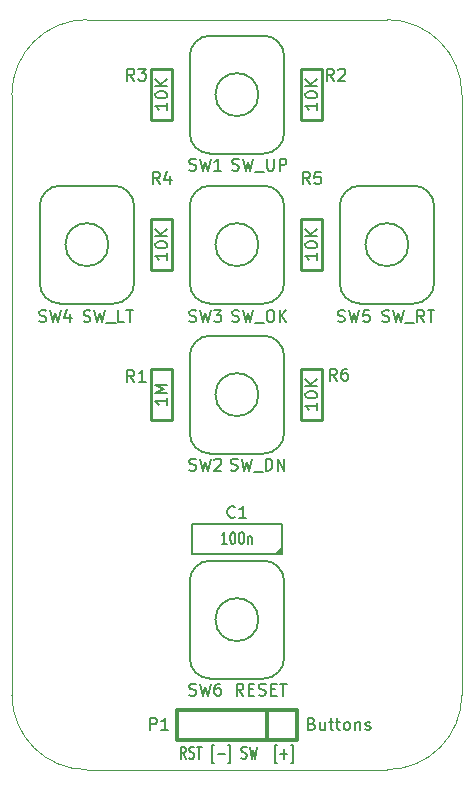
<source format=gto>
%FSLAX34Y34*%
G04 Gerber Fmt 3.4, Leading zero omitted, Abs format*
G04 (created by PCBNEW (2013-jul-14)-product) date Saturday 22 February 2014 12:24:09 PM IST*
%MOIN*%
G01*
G70*
G90*
G04 APERTURE LIST*
%ADD10C,0.005906*%
%ADD11C,0.005000*%
%ADD12C,0.003937*%
%ADD13C,0.006000*%
%ADD14C,0.010000*%
%ADD15C,0.012000*%
%ADD16C,0.070000*%
%ADD17C,0.060000*%
%ADD18R,0.060000X0.060000*%
%ADD19C,0.240000*%
G04 APERTURE END LIST*
G54D10*
G54D11*
X78292Y-47130D02*
X78192Y-46940D01*
X78121Y-47130D02*
X78121Y-46730D01*
X78235Y-46730D01*
X78264Y-46750D01*
X78278Y-46769D01*
X78292Y-46807D01*
X78292Y-46864D01*
X78278Y-46902D01*
X78264Y-46921D01*
X78235Y-46940D01*
X78121Y-46940D01*
X78407Y-47111D02*
X78450Y-47130D01*
X78521Y-47130D01*
X78550Y-47111D01*
X78564Y-47092D01*
X78578Y-47054D01*
X78578Y-47016D01*
X78564Y-46978D01*
X78550Y-46959D01*
X78521Y-46940D01*
X78464Y-46921D01*
X78435Y-46902D01*
X78421Y-46883D01*
X78407Y-46845D01*
X78407Y-46807D01*
X78421Y-46769D01*
X78435Y-46750D01*
X78464Y-46730D01*
X78535Y-46730D01*
X78578Y-46750D01*
X78664Y-46730D02*
X78835Y-46730D01*
X78750Y-47130D02*
X78750Y-46730D01*
X79250Y-47264D02*
X79178Y-47264D01*
X79178Y-46692D01*
X79250Y-46692D01*
X79364Y-46978D02*
X79592Y-46978D01*
X79707Y-47264D02*
X79778Y-47264D01*
X79778Y-46692D01*
X79707Y-46692D01*
X80150Y-47111D02*
X80192Y-47130D01*
X80264Y-47130D01*
X80292Y-47111D01*
X80307Y-47092D01*
X80321Y-47054D01*
X80321Y-47016D01*
X80307Y-46978D01*
X80292Y-46959D01*
X80264Y-46940D01*
X80207Y-46921D01*
X80178Y-46902D01*
X80164Y-46883D01*
X80150Y-46845D01*
X80150Y-46807D01*
X80164Y-46769D01*
X80178Y-46750D01*
X80207Y-46730D01*
X80278Y-46730D01*
X80321Y-46750D01*
X80421Y-46730D02*
X80492Y-47130D01*
X80550Y-46845D01*
X80607Y-47130D01*
X80678Y-46730D01*
X81335Y-47264D02*
X81264Y-47264D01*
X81264Y-46692D01*
X81335Y-46692D01*
X81449Y-46978D02*
X81678Y-46978D01*
X81564Y-47130D02*
X81564Y-46826D01*
X81792Y-47264D02*
X81864Y-47264D01*
X81864Y-46692D01*
X81792Y-46692D01*
G54D12*
X85000Y-47500D02*
G75*
G03X87500Y-45000I0J2500D01*
G74*
G01*
X72500Y-45000D02*
G75*
G03X75000Y-47500I2500J0D01*
G74*
G01*
X87500Y-25000D02*
G75*
G03X85000Y-22500I-2500J0D01*
G74*
G01*
X75000Y-22500D02*
G75*
G03X72500Y-25000I0J-2500D01*
G74*
G01*
X80000Y-47500D02*
X85000Y-47500D01*
X80000Y-47500D02*
X75000Y-47500D01*
X72500Y-45000D02*
X72500Y-25000D01*
X87500Y-25000D02*
X87500Y-45000D01*
X80000Y-22500D02*
X85000Y-22500D01*
X80000Y-22500D02*
X75000Y-22500D01*
G54D13*
X78425Y-26279D02*
G75*
G03X79114Y-26968I688J0D01*
G74*
G01*
X80885Y-26968D02*
X79114Y-26968D01*
X80885Y-26968D02*
G75*
G03X81574Y-26279I0J688D01*
G74*
G01*
X81574Y-23720D02*
X81574Y-26279D01*
X79114Y-23031D02*
X80885Y-23031D01*
X78425Y-26279D02*
X78425Y-23720D01*
X79114Y-23031D02*
G75*
G03X78425Y-23720I0J-688D01*
G74*
G01*
X81574Y-23720D02*
G75*
G03X80885Y-23031I-688J0D01*
G74*
G01*
X80715Y-25000D02*
G75*
G03X80715Y-25000I-715J0D01*
G74*
G01*
X81574Y-33720D02*
G75*
G03X80885Y-33031I-688J0D01*
G74*
G01*
X79114Y-33031D02*
X80885Y-33031D01*
X79114Y-33031D02*
G75*
G03X78425Y-33720I0J-688D01*
G74*
G01*
X78425Y-36279D02*
X78425Y-33720D01*
X80885Y-36968D02*
X79114Y-36968D01*
X81574Y-33720D02*
X81574Y-36279D01*
X80885Y-36968D02*
G75*
G03X81574Y-36279I0J688D01*
G74*
G01*
X78425Y-36279D02*
G75*
G03X79114Y-36968I688J0D01*
G74*
G01*
X80715Y-35000D02*
G75*
G03X80715Y-35000I-715J0D01*
G74*
G01*
X78425Y-31279D02*
G75*
G03X79114Y-31968I688J0D01*
G74*
G01*
X80885Y-31968D02*
X79114Y-31968D01*
X80885Y-31968D02*
G75*
G03X81574Y-31279I0J688D01*
G74*
G01*
X81574Y-28720D02*
X81574Y-31279D01*
X79114Y-28031D02*
X80885Y-28031D01*
X78425Y-31279D02*
X78425Y-28720D01*
X79114Y-28031D02*
G75*
G03X78425Y-28720I0J-688D01*
G74*
G01*
X81574Y-28720D02*
G75*
G03X80885Y-28031I-688J0D01*
G74*
G01*
X80715Y-30000D02*
G75*
G03X80715Y-30000I-715J0D01*
G74*
G01*
X76574Y-28720D02*
G75*
G03X75885Y-28031I-688J0D01*
G74*
G01*
X74114Y-28031D02*
X75885Y-28031D01*
X74114Y-28031D02*
G75*
G03X73425Y-28720I0J-688D01*
G74*
G01*
X73425Y-31279D02*
X73425Y-28720D01*
X75885Y-31968D02*
X74114Y-31968D01*
X76574Y-28720D02*
X76574Y-31279D01*
X75885Y-31968D02*
G75*
G03X76574Y-31279I0J688D01*
G74*
G01*
X73425Y-31279D02*
G75*
G03X74114Y-31968I688J0D01*
G74*
G01*
X75715Y-30000D02*
G75*
G03X75715Y-30000I-715J0D01*
G74*
G01*
X83425Y-31279D02*
G75*
G03X84114Y-31968I688J0D01*
G74*
G01*
X85885Y-31968D02*
X84114Y-31968D01*
X85885Y-31968D02*
G75*
G03X86574Y-31279I0J688D01*
G74*
G01*
X86574Y-28720D02*
X86574Y-31279D01*
X84114Y-28031D02*
X85885Y-28031D01*
X83425Y-31279D02*
X83425Y-28720D01*
X84114Y-28031D02*
G75*
G03X83425Y-28720I0J-688D01*
G74*
G01*
X86574Y-28720D02*
G75*
G03X85885Y-28031I-688J0D01*
G74*
G01*
X85715Y-30000D02*
G75*
G03X85715Y-30000I-715J0D01*
G74*
G01*
X78425Y-43779D02*
G75*
G03X79114Y-44468I688J0D01*
G74*
G01*
X80885Y-44468D02*
X79114Y-44468D01*
X80885Y-44468D02*
G75*
G03X81574Y-43779I0J688D01*
G74*
G01*
X81574Y-41220D02*
X81574Y-43779D01*
X79114Y-40531D02*
X80885Y-40531D01*
X78425Y-43779D02*
X78425Y-41220D01*
X79114Y-40531D02*
G75*
G03X78425Y-41220I0J-688D01*
G74*
G01*
X81574Y-41220D02*
G75*
G03X80885Y-40531I-688J0D01*
G74*
G01*
X80715Y-42500D02*
G75*
G03X80715Y-42500I-715J0D01*
G74*
G01*
G54D14*
X82150Y-35850D02*
X82850Y-35850D01*
X82850Y-35850D02*
X82850Y-34150D01*
X82850Y-34150D02*
X82150Y-34150D01*
X82150Y-34150D02*
X82150Y-35850D01*
X82850Y-29150D02*
X82150Y-29150D01*
X82150Y-29150D02*
X82150Y-30850D01*
X82150Y-30850D02*
X82850Y-30850D01*
X82850Y-30850D02*
X82850Y-29150D01*
X77150Y-30850D02*
X77850Y-30850D01*
X77850Y-30850D02*
X77850Y-29150D01*
X77850Y-29150D02*
X77150Y-29150D01*
X77150Y-29150D02*
X77150Y-30850D01*
X77150Y-25850D02*
X77850Y-25850D01*
X77850Y-25850D02*
X77850Y-24150D01*
X77850Y-24150D02*
X77150Y-24150D01*
X77150Y-24150D02*
X77150Y-25850D01*
X82850Y-24150D02*
X82150Y-24150D01*
X82150Y-24150D02*
X82150Y-25850D01*
X82150Y-25850D02*
X82850Y-25850D01*
X82850Y-25850D02*
X82850Y-24150D01*
X77150Y-35850D02*
X77850Y-35850D01*
X77850Y-35850D02*
X77850Y-34150D01*
X77850Y-34150D02*
X77150Y-34150D01*
X77150Y-34150D02*
X77150Y-35850D01*
G54D15*
X82000Y-46500D02*
X82000Y-46500D01*
X82000Y-45500D02*
X82000Y-46500D01*
X82000Y-46500D02*
X82000Y-46500D01*
X82000Y-46500D02*
X78000Y-46500D01*
X78000Y-46500D02*
X78000Y-45500D01*
X78000Y-45500D02*
X82000Y-45500D01*
X81000Y-45500D02*
X81000Y-46500D01*
G54D11*
X81500Y-40250D02*
X81450Y-40300D01*
X81500Y-40200D02*
X81400Y-40300D01*
X81500Y-40150D02*
X81350Y-40300D01*
X81300Y-40300D02*
X81500Y-40100D01*
X81500Y-39800D02*
X81500Y-40300D01*
X81500Y-40300D02*
X78500Y-40300D01*
X78500Y-40300D02*
X78500Y-39300D01*
X78500Y-39300D02*
X81500Y-39300D01*
X81500Y-39300D02*
X81500Y-39800D01*
X78416Y-27511D02*
X78473Y-27530D01*
X78569Y-27530D01*
X78607Y-27511D01*
X78626Y-27492D01*
X78645Y-27454D01*
X78645Y-27416D01*
X78626Y-27378D01*
X78607Y-27359D01*
X78569Y-27340D01*
X78492Y-27321D01*
X78454Y-27302D01*
X78435Y-27283D01*
X78416Y-27245D01*
X78416Y-27207D01*
X78435Y-27169D01*
X78454Y-27150D01*
X78492Y-27130D01*
X78588Y-27130D01*
X78645Y-27150D01*
X78778Y-27130D02*
X78873Y-27530D01*
X78950Y-27245D01*
X79026Y-27530D01*
X79121Y-27130D01*
X79483Y-27530D02*
X79254Y-27530D01*
X79369Y-27530D02*
X79369Y-27130D01*
X79330Y-27188D01*
X79292Y-27226D01*
X79254Y-27245D01*
X79845Y-27511D02*
X79902Y-27530D01*
X79997Y-27530D01*
X80035Y-27511D01*
X80054Y-27492D01*
X80073Y-27454D01*
X80073Y-27416D01*
X80054Y-27378D01*
X80035Y-27359D01*
X79997Y-27340D01*
X79921Y-27321D01*
X79883Y-27302D01*
X79864Y-27283D01*
X79845Y-27245D01*
X79845Y-27207D01*
X79864Y-27169D01*
X79883Y-27150D01*
X79921Y-27130D01*
X80016Y-27130D01*
X80073Y-27150D01*
X80207Y-27130D02*
X80302Y-27530D01*
X80378Y-27245D01*
X80454Y-27530D01*
X80550Y-27130D01*
X80607Y-27569D02*
X80911Y-27569D01*
X81007Y-27130D02*
X81007Y-27454D01*
X81026Y-27492D01*
X81045Y-27511D01*
X81083Y-27530D01*
X81159Y-27530D01*
X81197Y-27511D01*
X81216Y-27492D01*
X81235Y-27454D01*
X81235Y-27130D01*
X81426Y-27530D02*
X81426Y-27130D01*
X81578Y-27130D01*
X81616Y-27150D01*
X81635Y-27169D01*
X81654Y-27207D01*
X81654Y-27264D01*
X81635Y-27302D01*
X81616Y-27321D01*
X81578Y-27340D01*
X81426Y-27340D01*
X78416Y-37511D02*
X78473Y-37530D01*
X78569Y-37530D01*
X78607Y-37511D01*
X78626Y-37492D01*
X78645Y-37454D01*
X78645Y-37416D01*
X78626Y-37378D01*
X78607Y-37359D01*
X78569Y-37340D01*
X78492Y-37321D01*
X78454Y-37302D01*
X78435Y-37283D01*
X78416Y-37245D01*
X78416Y-37207D01*
X78435Y-37169D01*
X78454Y-37150D01*
X78492Y-37130D01*
X78588Y-37130D01*
X78645Y-37150D01*
X78778Y-37130D02*
X78873Y-37530D01*
X78950Y-37245D01*
X79026Y-37530D01*
X79121Y-37130D01*
X79254Y-37169D02*
X79273Y-37150D01*
X79311Y-37130D01*
X79407Y-37130D01*
X79445Y-37150D01*
X79464Y-37169D01*
X79483Y-37207D01*
X79483Y-37245D01*
X79464Y-37302D01*
X79235Y-37530D01*
X79483Y-37530D01*
X79795Y-37511D02*
X79852Y-37530D01*
X79947Y-37530D01*
X79985Y-37511D01*
X80004Y-37492D01*
X80023Y-37454D01*
X80023Y-37416D01*
X80004Y-37378D01*
X79985Y-37359D01*
X79947Y-37340D01*
X79871Y-37321D01*
X79833Y-37302D01*
X79814Y-37283D01*
X79795Y-37245D01*
X79795Y-37207D01*
X79814Y-37169D01*
X79833Y-37150D01*
X79871Y-37130D01*
X79966Y-37130D01*
X80023Y-37150D01*
X80157Y-37130D02*
X80252Y-37530D01*
X80328Y-37245D01*
X80404Y-37530D01*
X80500Y-37130D01*
X80557Y-37569D02*
X80861Y-37569D01*
X80957Y-37530D02*
X80957Y-37130D01*
X81052Y-37130D01*
X81109Y-37150D01*
X81147Y-37188D01*
X81166Y-37226D01*
X81185Y-37302D01*
X81185Y-37359D01*
X81166Y-37435D01*
X81147Y-37473D01*
X81109Y-37511D01*
X81052Y-37530D01*
X80957Y-37530D01*
X81357Y-37530D02*
X81357Y-37130D01*
X81585Y-37530D01*
X81585Y-37130D01*
X78416Y-32561D02*
X78473Y-32580D01*
X78569Y-32580D01*
X78607Y-32561D01*
X78626Y-32542D01*
X78645Y-32504D01*
X78645Y-32466D01*
X78626Y-32428D01*
X78607Y-32409D01*
X78569Y-32390D01*
X78492Y-32371D01*
X78454Y-32352D01*
X78435Y-32333D01*
X78416Y-32295D01*
X78416Y-32257D01*
X78435Y-32219D01*
X78454Y-32200D01*
X78492Y-32180D01*
X78588Y-32180D01*
X78645Y-32200D01*
X78778Y-32180D02*
X78873Y-32580D01*
X78950Y-32295D01*
X79026Y-32580D01*
X79121Y-32180D01*
X79235Y-32180D02*
X79483Y-32180D01*
X79350Y-32333D01*
X79407Y-32333D01*
X79445Y-32352D01*
X79464Y-32371D01*
X79483Y-32409D01*
X79483Y-32504D01*
X79464Y-32542D01*
X79445Y-32561D01*
X79407Y-32580D01*
X79292Y-32580D01*
X79254Y-32561D01*
X79235Y-32542D01*
X79845Y-32561D02*
X79902Y-32580D01*
X79997Y-32580D01*
X80035Y-32561D01*
X80054Y-32542D01*
X80073Y-32504D01*
X80073Y-32466D01*
X80054Y-32428D01*
X80035Y-32409D01*
X79997Y-32390D01*
X79921Y-32371D01*
X79883Y-32352D01*
X79864Y-32333D01*
X79845Y-32295D01*
X79845Y-32257D01*
X79864Y-32219D01*
X79883Y-32200D01*
X79921Y-32180D01*
X80016Y-32180D01*
X80073Y-32200D01*
X80207Y-32180D02*
X80302Y-32580D01*
X80378Y-32295D01*
X80454Y-32580D01*
X80550Y-32180D01*
X80607Y-32619D02*
X80911Y-32619D01*
X81083Y-32180D02*
X81159Y-32180D01*
X81197Y-32200D01*
X81235Y-32238D01*
X81254Y-32314D01*
X81254Y-32447D01*
X81235Y-32523D01*
X81197Y-32561D01*
X81159Y-32580D01*
X81083Y-32580D01*
X81045Y-32561D01*
X81007Y-32523D01*
X80988Y-32447D01*
X80988Y-32314D01*
X81007Y-32238D01*
X81045Y-32200D01*
X81083Y-32180D01*
X81426Y-32580D02*
X81426Y-32180D01*
X81654Y-32580D02*
X81483Y-32352D01*
X81654Y-32180D02*
X81426Y-32409D01*
X73416Y-32561D02*
X73473Y-32580D01*
X73569Y-32580D01*
X73607Y-32561D01*
X73626Y-32542D01*
X73645Y-32504D01*
X73645Y-32466D01*
X73626Y-32428D01*
X73607Y-32409D01*
X73569Y-32390D01*
X73492Y-32371D01*
X73454Y-32352D01*
X73435Y-32333D01*
X73416Y-32295D01*
X73416Y-32257D01*
X73435Y-32219D01*
X73454Y-32200D01*
X73492Y-32180D01*
X73588Y-32180D01*
X73645Y-32200D01*
X73778Y-32180D02*
X73873Y-32580D01*
X73950Y-32295D01*
X74026Y-32580D01*
X74121Y-32180D01*
X74445Y-32314D02*
X74445Y-32580D01*
X74350Y-32161D02*
X74254Y-32447D01*
X74502Y-32447D01*
X74890Y-32561D02*
X74947Y-32580D01*
X75042Y-32580D01*
X75080Y-32561D01*
X75100Y-32542D01*
X75119Y-32504D01*
X75119Y-32466D01*
X75100Y-32428D01*
X75080Y-32409D01*
X75042Y-32390D01*
X74966Y-32371D01*
X74928Y-32352D01*
X74909Y-32333D01*
X74890Y-32295D01*
X74890Y-32257D01*
X74909Y-32219D01*
X74928Y-32200D01*
X74966Y-32180D01*
X75061Y-32180D01*
X75119Y-32200D01*
X75252Y-32180D02*
X75347Y-32580D01*
X75423Y-32295D01*
X75500Y-32580D01*
X75595Y-32180D01*
X75652Y-32619D02*
X75957Y-32619D01*
X76242Y-32580D02*
X76052Y-32580D01*
X76052Y-32180D01*
X76319Y-32180D02*
X76547Y-32180D01*
X76433Y-32580D02*
X76433Y-32180D01*
X83366Y-32561D02*
X83423Y-32580D01*
X83519Y-32580D01*
X83557Y-32561D01*
X83576Y-32542D01*
X83595Y-32504D01*
X83595Y-32466D01*
X83576Y-32428D01*
X83557Y-32409D01*
X83519Y-32390D01*
X83442Y-32371D01*
X83404Y-32352D01*
X83385Y-32333D01*
X83366Y-32295D01*
X83366Y-32257D01*
X83385Y-32219D01*
X83404Y-32200D01*
X83442Y-32180D01*
X83538Y-32180D01*
X83595Y-32200D01*
X83728Y-32180D02*
X83823Y-32580D01*
X83900Y-32295D01*
X83976Y-32580D01*
X84071Y-32180D01*
X84414Y-32180D02*
X84223Y-32180D01*
X84204Y-32371D01*
X84223Y-32352D01*
X84261Y-32333D01*
X84357Y-32333D01*
X84395Y-32352D01*
X84414Y-32371D01*
X84433Y-32409D01*
X84433Y-32504D01*
X84414Y-32542D01*
X84395Y-32561D01*
X84357Y-32580D01*
X84261Y-32580D01*
X84223Y-32561D01*
X84204Y-32542D01*
X84852Y-32561D02*
X84909Y-32580D01*
X85004Y-32580D01*
X85042Y-32561D01*
X85061Y-32542D01*
X85080Y-32504D01*
X85080Y-32466D01*
X85061Y-32428D01*
X85042Y-32409D01*
X85004Y-32390D01*
X84928Y-32371D01*
X84890Y-32352D01*
X84871Y-32333D01*
X84852Y-32295D01*
X84852Y-32257D01*
X84871Y-32219D01*
X84890Y-32200D01*
X84928Y-32180D01*
X85023Y-32180D01*
X85080Y-32200D01*
X85214Y-32180D02*
X85309Y-32580D01*
X85385Y-32295D01*
X85461Y-32580D01*
X85557Y-32180D01*
X85614Y-32619D02*
X85919Y-32619D01*
X86242Y-32580D02*
X86109Y-32390D01*
X86014Y-32580D02*
X86014Y-32180D01*
X86166Y-32180D01*
X86204Y-32200D01*
X86223Y-32219D01*
X86242Y-32257D01*
X86242Y-32314D01*
X86223Y-32352D01*
X86204Y-32371D01*
X86166Y-32390D01*
X86014Y-32390D01*
X86357Y-32180D02*
X86585Y-32180D01*
X86471Y-32580D02*
X86471Y-32180D01*
X78416Y-45011D02*
X78473Y-45030D01*
X78569Y-45030D01*
X78607Y-45011D01*
X78626Y-44992D01*
X78645Y-44954D01*
X78645Y-44916D01*
X78626Y-44878D01*
X78607Y-44859D01*
X78569Y-44840D01*
X78492Y-44821D01*
X78454Y-44802D01*
X78435Y-44783D01*
X78416Y-44745D01*
X78416Y-44707D01*
X78435Y-44669D01*
X78454Y-44650D01*
X78492Y-44630D01*
X78588Y-44630D01*
X78645Y-44650D01*
X78778Y-44630D02*
X78873Y-45030D01*
X78950Y-44745D01*
X79026Y-45030D01*
X79121Y-44630D01*
X79445Y-44630D02*
X79369Y-44630D01*
X79330Y-44650D01*
X79311Y-44669D01*
X79273Y-44726D01*
X79254Y-44802D01*
X79254Y-44954D01*
X79273Y-44992D01*
X79292Y-45011D01*
X79330Y-45030D01*
X79407Y-45030D01*
X79445Y-45011D01*
X79464Y-44992D01*
X79483Y-44954D01*
X79483Y-44859D01*
X79464Y-44821D01*
X79445Y-44802D01*
X79407Y-44783D01*
X79330Y-44783D01*
X79292Y-44802D01*
X79273Y-44821D01*
X79254Y-44859D01*
X80219Y-45030D02*
X80085Y-44840D01*
X79990Y-45030D02*
X79990Y-44630D01*
X80142Y-44630D01*
X80180Y-44650D01*
X80200Y-44669D01*
X80219Y-44707D01*
X80219Y-44764D01*
X80200Y-44802D01*
X80180Y-44821D01*
X80142Y-44840D01*
X79990Y-44840D01*
X80390Y-44821D02*
X80523Y-44821D01*
X80580Y-45030D02*
X80390Y-45030D01*
X80390Y-44630D01*
X80580Y-44630D01*
X80733Y-45011D02*
X80790Y-45030D01*
X80885Y-45030D01*
X80923Y-45011D01*
X80942Y-44992D01*
X80961Y-44954D01*
X80961Y-44916D01*
X80942Y-44878D01*
X80923Y-44859D01*
X80885Y-44840D01*
X80809Y-44821D01*
X80771Y-44802D01*
X80752Y-44783D01*
X80733Y-44745D01*
X80733Y-44707D01*
X80752Y-44669D01*
X80771Y-44650D01*
X80809Y-44630D01*
X80904Y-44630D01*
X80961Y-44650D01*
X81133Y-44821D02*
X81266Y-44821D01*
X81323Y-45030D02*
X81133Y-45030D01*
X81133Y-44630D01*
X81323Y-44630D01*
X81438Y-44630D02*
X81666Y-44630D01*
X81552Y-45030D02*
X81552Y-44630D01*
X83333Y-34530D02*
X83200Y-34340D01*
X83104Y-34530D02*
X83104Y-34130D01*
X83257Y-34130D01*
X83295Y-34150D01*
X83314Y-34169D01*
X83333Y-34207D01*
X83333Y-34264D01*
X83314Y-34302D01*
X83295Y-34321D01*
X83257Y-34340D01*
X83104Y-34340D01*
X83676Y-34130D02*
X83600Y-34130D01*
X83561Y-34150D01*
X83542Y-34169D01*
X83504Y-34226D01*
X83485Y-34302D01*
X83485Y-34454D01*
X83504Y-34492D01*
X83523Y-34511D01*
X83561Y-34530D01*
X83638Y-34530D01*
X83676Y-34511D01*
X83695Y-34492D01*
X83714Y-34454D01*
X83714Y-34359D01*
X83695Y-34321D01*
X83676Y-34302D01*
X83638Y-34283D01*
X83561Y-34283D01*
X83523Y-34302D01*
X83504Y-34321D01*
X83485Y-34359D01*
G54D13*
X82680Y-35276D02*
X82680Y-35504D01*
X82680Y-35390D02*
X82280Y-35390D01*
X82338Y-35428D01*
X82376Y-35466D01*
X82395Y-35504D01*
X82280Y-35028D02*
X82280Y-34990D01*
X82300Y-34952D01*
X82319Y-34933D01*
X82357Y-34914D01*
X82433Y-34895D01*
X82528Y-34895D01*
X82604Y-34914D01*
X82642Y-34933D01*
X82661Y-34952D01*
X82680Y-34990D01*
X82680Y-35028D01*
X82661Y-35066D01*
X82642Y-35085D01*
X82604Y-35104D01*
X82528Y-35123D01*
X82433Y-35123D01*
X82357Y-35104D01*
X82319Y-35085D01*
X82300Y-35066D01*
X82280Y-35028D01*
X82680Y-34723D02*
X82280Y-34723D01*
X82680Y-34495D02*
X82452Y-34666D01*
X82280Y-34495D02*
X82509Y-34723D01*
G54D11*
X82433Y-27980D02*
X82300Y-27790D01*
X82204Y-27980D02*
X82204Y-27580D01*
X82357Y-27580D01*
X82395Y-27600D01*
X82414Y-27619D01*
X82433Y-27657D01*
X82433Y-27714D01*
X82414Y-27752D01*
X82395Y-27771D01*
X82357Y-27790D01*
X82204Y-27790D01*
X82795Y-27580D02*
X82604Y-27580D01*
X82585Y-27771D01*
X82604Y-27752D01*
X82642Y-27733D01*
X82738Y-27733D01*
X82776Y-27752D01*
X82795Y-27771D01*
X82814Y-27809D01*
X82814Y-27904D01*
X82795Y-27942D01*
X82776Y-27961D01*
X82738Y-27980D01*
X82642Y-27980D01*
X82604Y-27961D01*
X82585Y-27942D01*
G54D13*
X82680Y-30276D02*
X82680Y-30504D01*
X82680Y-30390D02*
X82280Y-30390D01*
X82338Y-30428D01*
X82376Y-30466D01*
X82395Y-30504D01*
X82280Y-30028D02*
X82280Y-29990D01*
X82300Y-29952D01*
X82319Y-29933D01*
X82357Y-29914D01*
X82433Y-29895D01*
X82528Y-29895D01*
X82604Y-29914D01*
X82642Y-29933D01*
X82661Y-29952D01*
X82680Y-29990D01*
X82680Y-30028D01*
X82661Y-30066D01*
X82642Y-30085D01*
X82604Y-30104D01*
X82528Y-30123D01*
X82433Y-30123D01*
X82357Y-30104D01*
X82319Y-30085D01*
X82300Y-30066D01*
X82280Y-30028D01*
X82680Y-29723D02*
X82280Y-29723D01*
X82680Y-29495D02*
X82452Y-29666D01*
X82280Y-29495D02*
X82509Y-29723D01*
G54D11*
X77433Y-27980D02*
X77300Y-27790D01*
X77204Y-27980D02*
X77204Y-27580D01*
X77357Y-27580D01*
X77395Y-27600D01*
X77414Y-27619D01*
X77433Y-27657D01*
X77433Y-27714D01*
X77414Y-27752D01*
X77395Y-27771D01*
X77357Y-27790D01*
X77204Y-27790D01*
X77776Y-27714D02*
X77776Y-27980D01*
X77680Y-27561D02*
X77585Y-27847D01*
X77833Y-27847D01*
G54D13*
X77680Y-30276D02*
X77680Y-30504D01*
X77680Y-30390D02*
X77280Y-30390D01*
X77338Y-30428D01*
X77376Y-30466D01*
X77395Y-30504D01*
X77280Y-30028D02*
X77280Y-29990D01*
X77300Y-29952D01*
X77319Y-29933D01*
X77357Y-29914D01*
X77433Y-29895D01*
X77528Y-29895D01*
X77604Y-29914D01*
X77642Y-29933D01*
X77661Y-29952D01*
X77680Y-29990D01*
X77680Y-30028D01*
X77661Y-30066D01*
X77642Y-30085D01*
X77604Y-30104D01*
X77528Y-30123D01*
X77433Y-30123D01*
X77357Y-30104D01*
X77319Y-30085D01*
X77300Y-30066D01*
X77280Y-30028D01*
X77680Y-29723D02*
X77280Y-29723D01*
X77680Y-29495D02*
X77452Y-29666D01*
X77280Y-29495D02*
X77509Y-29723D01*
G54D11*
X76583Y-24530D02*
X76450Y-24340D01*
X76354Y-24530D02*
X76354Y-24130D01*
X76507Y-24130D01*
X76545Y-24150D01*
X76564Y-24169D01*
X76583Y-24207D01*
X76583Y-24264D01*
X76564Y-24302D01*
X76545Y-24321D01*
X76507Y-24340D01*
X76354Y-24340D01*
X76716Y-24130D02*
X76964Y-24130D01*
X76830Y-24283D01*
X76888Y-24283D01*
X76926Y-24302D01*
X76945Y-24321D01*
X76964Y-24359D01*
X76964Y-24454D01*
X76945Y-24492D01*
X76926Y-24511D01*
X76888Y-24530D01*
X76773Y-24530D01*
X76735Y-24511D01*
X76716Y-24492D01*
G54D13*
X77680Y-25276D02*
X77680Y-25504D01*
X77680Y-25390D02*
X77280Y-25390D01*
X77338Y-25428D01*
X77376Y-25466D01*
X77395Y-25504D01*
X77280Y-25028D02*
X77280Y-24990D01*
X77300Y-24952D01*
X77319Y-24933D01*
X77357Y-24914D01*
X77433Y-24895D01*
X77528Y-24895D01*
X77604Y-24914D01*
X77642Y-24933D01*
X77661Y-24952D01*
X77680Y-24990D01*
X77680Y-25028D01*
X77661Y-25066D01*
X77642Y-25085D01*
X77604Y-25104D01*
X77528Y-25123D01*
X77433Y-25123D01*
X77357Y-25104D01*
X77319Y-25085D01*
X77300Y-25066D01*
X77280Y-25028D01*
X77680Y-24723D02*
X77280Y-24723D01*
X77680Y-24495D02*
X77452Y-24666D01*
X77280Y-24495D02*
X77509Y-24723D01*
G54D11*
X83233Y-24530D02*
X83100Y-24340D01*
X83004Y-24530D02*
X83004Y-24130D01*
X83157Y-24130D01*
X83195Y-24150D01*
X83214Y-24169D01*
X83233Y-24207D01*
X83233Y-24264D01*
X83214Y-24302D01*
X83195Y-24321D01*
X83157Y-24340D01*
X83004Y-24340D01*
X83385Y-24169D02*
X83404Y-24150D01*
X83442Y-24130D01*
X83538Y-24130D01*
X83576Y-24150D01*
X83595Y-24169D01*
X83614Y-24207D01*
X83614Y-24245D01*
X83595Y-24302D01*
X83366Y-24530D01*
X83614Y-24530D01*
G54D13*
X82680Y-25276D02*
X82680Y-25504D01*
X82680Y-25390D02*
X82280Y-25390D01*
X82338Y-25428D01*
X82376Y-25466D01*
X82395Y-25504D01*
X82280Y-25028D02*
X82280Y-24990D01*
X82300Y-24952D01*
X82319Y-24933D01*
X82357Y-24914D01*
X82433Y-24895D01*
X82528Y-24895D01*
X82604Y-24914D01*
X82642Y-24933D01*
X82661Y-24952D01*
X82680Y-24990D01*
X82680Y-25028D01*
X82661Y-25066D01*
X82642Y-25085D01*
X82604Y-25104D01*
X82528Y-25123D01*
X82433Y-25123D01*
X82357Y-25104D01*
X82319Y-25085D01*
X82300Y-25066D01*
X82280Y-25028D01*
X82680Y-24723D02*
X82280Y-24723D01*
X82680Y-24495D02*
X82452Y-24666D01*
X82280Y-24495D02*
X82509Y-24723D01*
G54D11*
X76583Y-34580D02*
X76450Y-34390D01*
X76354Y-34580D02*
X76354Y-34180D01*
X76507Y-34180D01*
X76545Y-34200D01*
X76564Y-34219D01*
X76583Y-34257D01*
X76583Y-34314D01*
X76564Y-34352D01*
X76545Y-34371D01*
X76507Y-34390D01*
X76354Y-34390D01*
X76964Y-34580D02*
X76735Y-34580D01*
X76850Y-34580D02*
X76850Y-34180D01*
X76811Y-34238D01*
X76773Y-34276D01*
X76735Y-34295D01*
G54D13*
X77680Y-35114D02*
X77680Y-35342D01*
X77680Y-35228D02*
X77280Y-35228D01*
X77338Y-35266D01*
X77376Y-35304D01*
X77395Y-35342D01*
X77680Y-34942D02*
X77280Y-34942D01*
X77566Y-34809D01*
X77280Y-34676D01*
X77680Y-34676D01*
G54D11*
X77104Y-46180D02*
X77104Y-45780D01*
X77257Y-45780D01*
X77295Y-45800D01*
X77314Y-45819D01*
X77333Y-45857D01*
X77333Y-45914D01*
X77314Y-45952D01*
X77295Y-45971D01*
X77257Y-45990D01*
X77104Y-45990D01*
X77714Y-46180D02*
X77485Y-46180D01*
X77600Y-46180D02*
X77600Y-45780D01*
X77561Y-45838D01*
X77523Y-45876D01*
X77485Y-45895D01*
X82495Y-45971D02*
X82552Y-45990D01*
X82571Y-46009D01*
X82590Y-46047D01*
X82590Y-46104D01*
X82571Y-46142D01*
X82552Y-46161D01*
X82514Y-46180D01*
X82361Y-46180D01*
X82361Y-45780D01*
X82495Y-45780D01*
X82533Y-45800D01*
X82552Y-45819D01*
X82571Y-45857D01*
X82571Y-45895D01*
X82552Y-45933D01*
X82533Y-45952D01*
X82495Y-45971D01*
X82361Y-45971D01*
X82933Y-45914D02*
X82933Y-46180D01*
X82761Y-45914D02*
X82761Y-46123D01*
X82780Y-46161D01*
X82819Y-46180D01*
X82876Y-46180D01*
X82914Y-46161D01*
X82933Y-46142D01*
X83066Y-45914D02*
X83219Y-45914D01*
X83123Y-45780D02*
X83123Y-46123D01*
X83142Y-46161D01*
X83180Y-46180D01*
X83219Y-46180D01*
X83295Y-45914D02*
X83447Y-45914D01*
X83352Y-45780D02*
X83352Y-46123D01*
X83371Y-46161D01*
X83409Y-46180D01*
X83447Y-46180D01*
X83638Y-46180D02*
X83600Y-46161D01*
X83580Y-46142D01*
X83561Y-46104D01*
X83561Y-45990D01*
X83580Y-45952D01*
X83600Y-45933D01*
X83638Y-45914D01*
X83695Y-45914D01*
X83733Y-45933D01*
X83752Y-45952D01*
X83771Y-45990D01*
X83771Y-46104D01*
X83752Y-46142D01*
X83733Y-46161D01*
X83695Y-46180D01*
X83638Y-46180D01*
X83942Y-45914D02*
X83942Y-46180D01*
X83942Y-45952D02*
X83961Y-45933D01*
X84000Y-45914D01*
X84057Y-45914D01*
X84095Y-45933D01*
X84114Y-45971D01*
X84114Y-46180D01*
X84285Y-46161D02*
X84323Y-46180D01*
X84400Y-46180D01*
X84438Y-46161D01*
X84457Y-46123D01*
X84457Y-46104D01*
X84438Y-46066D01*
X84400Y-46047D01*
X84342Y-46047D01*
X84304Y-46028D01*
X84285Y-45990D01*
X84285Y-45971D01*
X84304Y-45933D01*
X84342Y-45914D01*
X84400Y-45914D01*
X84438Y-45933D01*
G54D13*
X79933Y-39072D02*
X79914Y-39091D01*
X79857Y-39110D01*
X79819Y-39110D01*
X79761Y-39091D01*
X79723Y-39053D01*
X79704Y-39015D01*
X79685Y-38939D01*
X79685Y-38882D01*
X79704Y-38806D01*
X79723Y-38768D01*
X79761Y-38730D01*
X79819Y-38710D01*
X79857Y-38710D01*
X79914Y-38730D01*
X79933Y-38749D01*
X80314Y-39110D02*
X80085Y-39110D01*
X80200Y-39110D02*
X80200Y-38710D01*
X80161Y-38768D01*
X80123Y-38806D01*
X80085Y-38825D01*
X79664Y-39980D02*
X79492Y-39980D01*
X79578Y-39980D02*
X79578Y-39580D01*
X79550Y-39638D01*
X79521Y-39676D01*
X79492Y-39695D01*
X79850Y-39580D02*
X79878Y-39580D01*
X79907Y-39600D01*
X79921Y-39619D01*
X79935Y-39657D01*
X79950Y-39733D01*
X79950Y-39828D01*
X79935Y-39904D01*
X79921Y-39942D01*
X79907Y-39961D01*
X79878Y-39980D01*
X79850Y-39980D01*
X79821Y-39961D01*
X79807Y-39942D01*
X79792Y-39904D01*
X79778Y-39828D01*
X79778Y-39733D01*
X79792Y-39657D01*
X79807Y-39619D01*
X79821Y-39600D01*
X79850Y-39580D01*
X80135Y-39580D02*
X80164Y-39580D01*
X80192Y-39600D01*
X80207Y-39619D01*
X80221Y-39657D01*
X80235Y-39733D01*
X80235Y-39828D01*
X80221Y-39904D01*
X80207Y-39942D01*
X80192Y-39961D01*
X80164Y-39980D01*
X80135Y-39980D01*
X80107Y-39961D01*
X80092Y-39942D01*
X80078Y-39904D01*
X80064Y-39828D01*
X80064Y-39733D01*
X80078Y-39657D01*
X80092Y-39619D01*
X80107Y-39600D01*
X80135Y-39580D01*
X80364Y-39714D02*
X80364Y-39980D01*
X80364Y-39752D02*
X80378Y-39733D01*
X80407Y-39714D01*
X80450Y-39714D01*
X80478Y-39733D01*
X80492Y-39771D01*
X80492Y-39980D01*
%LPC*%
G54D16*
X79114Y-23720D03*
X80885Y-26279D03*
X80885Y-23720D03*
X79114Y-26279D03*
X80885Y-36279D03*
X79114Y-33720D03*
X79114Y-36279D03*
X80885Y-33720D03*
X79114Y-28720D03*
X80885Y-31279D03*
X80885Y-28720D03*
X79114Y-31279D03*
X75885Y-31279D03*
X74114Y-28720D03*
X74114Y-31279D03*
X75885Y-28720D03*
X84114Y-28720D03*
X85885Y-31279D03*
X85885Y-28720D03*
X84114Y-31279D03*
X79114Y-41220D03*
X80885Y-43779D03*
X80885Y-41220D03*
X79114Y-43779D03*
G54D17*
X82500Y-36500D03*
X82500Y-33500D03*
X82500Y-28500D03*
X82500Y-31500D03*
X77500Y-31500D03*
X77500Y-28500D03*
X77500Y-26500D03*
X77500Y-23500D03*
X82500Y-23500D03*
X82500Y-26500D03*
X77500Y-36500D03*
X77500Y-33500D03*
G54D18*
X81500Y-46000D03*
G54D17*
X80500Y-46000D03*
X79500Y-46000D03*
X78500Y-46000D03*
X81000Y-39800D03*
X79000Y-39800D03*
G54D19*
X75000Y-25000D03*
X85000Y-25000D03*
X85000Y-42500D03*
X75000Y-42500D03*
M02*

</source>
